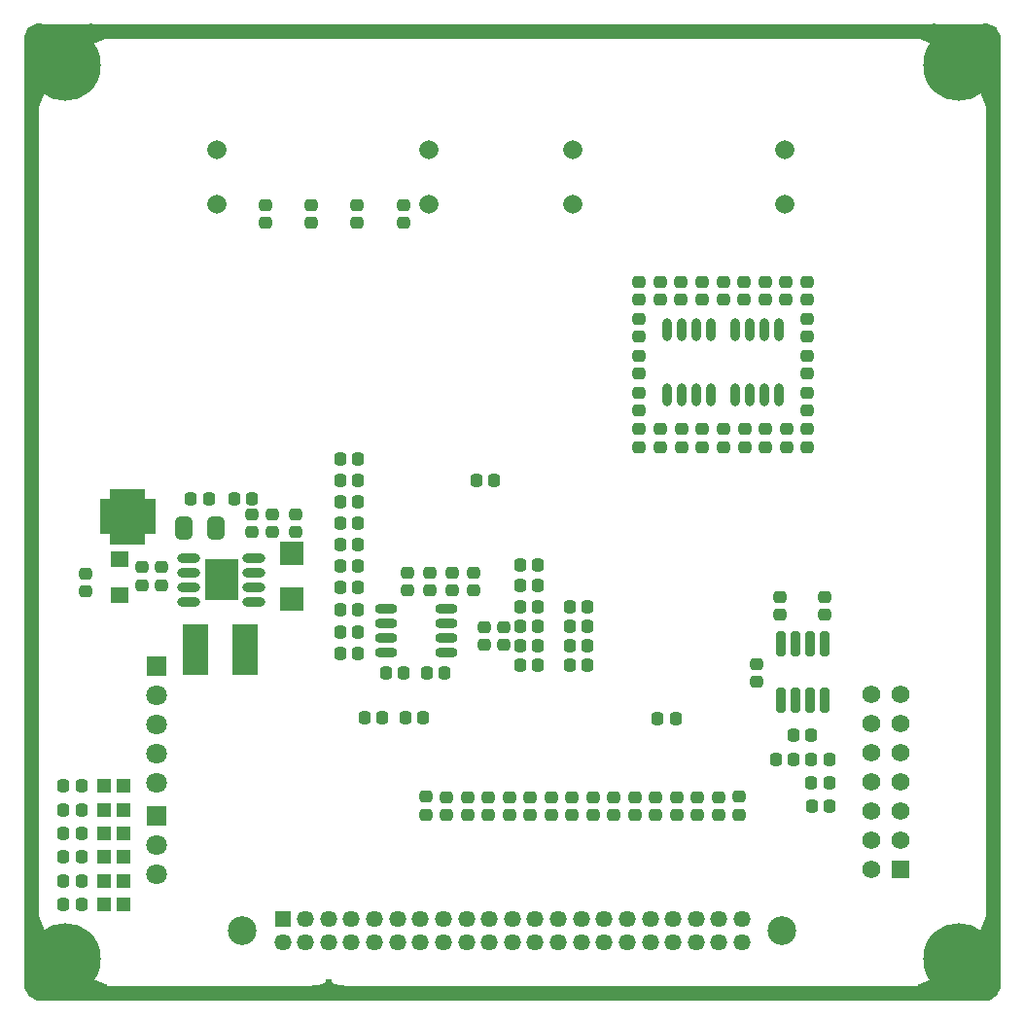
<source format=gbs>
G04*
G04 #@! TF.GenerationSoftware,Altium Limited,Altium Designer,24.1.2 (44)*
G04*
G04 Layer_Color=16711935*
%FSLAX44Y44*%
%MOMM*%
G71*
G04*
G04 #@! TF.SameCoordinates,F5A7FB45-97E4-4F66-AAAA-C6A281D515E4*
G04*
G04*
G04 #@! TF.FilePolarity,Negative*
G04*
G01*
G75*
%ADD23C,1.2300*%
G04:AMPARAMS|DCode=80|XSize=1.1532mm|YSize=1.0532mm|CornerRadius=0.3141mm|HoleSize=0mm|Usage=FLASHONLY|Rotation=180.000|XOffset=0mm|YOffset=0mm|HoleType=Round|Shape=RoundedRectangle|*
%AMROUNDEDRECTD80*
21,1,1.1532,0.4250,0,0,180.0*
21,1,0.5250,1.0532,0,0,180.0*
1,1,0.6282,-0.2625,0.2125*
1,1,0.6282,0.2625,0.2125*
1,1,0.6282,0.2625,-0.2125*
1,1,0.6282,-0.2625,-0.2125*
%
%ADD80ROUNDEDRECTD80*%
G04:AMPARAMS|DCode=81|XSize=1.1532mm|YSize=1.0532mm|CornerRadius=0.3141mm|HoleSize=0mm|Usage=FLASHONLY|Rotation=90.000|XOffset=0mm|YOffset=0mm|HoleType=Round|Shape=RoundedRectangle|*
%AMROUNDEDRECTD81*
21,1,1.1532,0.4250,0,0,90.0*
21,1,0.5250,1.0532,0,0,90.0*
1,1,0.6282,0.2125,0.2625*
1,1,0.6282,0.2125,-0.2625*
1,1,0.6282,-0.2125,-0.2625*
1,1,0.6282,-0.2125,0.2625*
%
%ADD81ROUNDEDRECTD81*%
%ADD86R,2.0032X2.0032*%
%ADD114O,0.8032X2.0032*%
%ADD118R,1.5732X1.5732*%
%ADD119C,1.5732*%
%ADD120C,1.6612*%
%ADD121C,1.4612*%
%ADD122R,1.4612X1.4612*%
%ADD123C,2.5032*%
%ADD124C,1.2032*%
%ADD125C,6.2032*%
%ADD126C,1.8032*%
%ADD127R,1.8032X1.8032*%
%ADD162R,0.3769X0.4877*%
%ADD163R,0.8704X0.4005*%
%ADD164R,0.7127X0.4784*%
%ADD165R,0.5175X0.4406*%
G04:AMPARAMS|DCode=166|XSize=2.1732mm|YSize=0.7932mm|CornerRadius=0.1754mm|HoleSize=0mm|Usage=FLASHONLY|Rotation=270.000|XOffset=0mm|YOffset=0mm|HoleType=Round|Shape=RoundedRectangle|*
%AMROUNDEDRECTD166*
21,1,2.1732,0.4425,0,0,270.0*
21,1,1.8225,0.7932,0,0,270.0*
1,1,0.3507,-0.2213,-0.9113*
1,1,0.3507,-0.2213,0.9113*
1,1,0.3507,0.2213,0.9113*
1,1,0.3507,0.2213,-0.9113*
%
%ADD166ROUNDEDRECTD166*%
%ADD167R,2.9210X3.6068*%
%ADD168O,2.0032X0.8032*%
%ADD169R,2.8532X2.8532*%
%ADD170R,1.0588X0.5286*%
%ADD171R,0.5286X1.0588*%
G04:AMPARAMS|DCode=172|XSize=1.8432mm|YSize=0.7932mm|CornerRadius=0.2491mm|HoleSize=0mm|Usage=FLASHONLY|Rotation=0.000|XOffset=0mm|YOffset=0mm|HoleType=Round|Shape=RoundedRectangle|*
%AMROUNDEDRECTD172*
21,1,1.8432,0.2950,0,0,0.0*
21,1,1.3450,0.7932,0,0,0.0*
1,1,0.4982,0.6725,-0.1475*
1,1,0.4982,-0.6725,-0.1475*
1,1,0.4982,-0.6725,0.1475*
1,1,0.4982,0.6725,0.1475*
%
%ADD172ROUNDEDRECTD172*%
%ADD173R,2.2032X4.4032*%
G04:AMPARAMS|DCode=174|XSize=1.9532mm|YSize=1.4532mm|CornerRadius=0.3454mm|HoleSize=0mm|Usage=FLASHONLY|Rotation=270.000|XOffset=0mm|YOffset=0mm|HoleType=Round|Shape=RoundedRectangle|*
%AMROUNDEDRECTD174*
21,1,1.9532,0.7625,0,0,270.0*
21,1,1.2625,1.4532,0,0,270.0*
1,1,0.6907,-0.3813,-0.6313*
1,1,0.6907,-0.3813,0.6313*
1,1,0.6907,0.3813,0.6313*
1,1,0.6907,0.3813,-0.6313*
%
%ADD174ROUNDEDRECTD174*%
%ADD175R,1.3000X1.2000*%
%ADD176R,1.5032X1.3532*%
G36*
X72648Y837500D02*
X60019Y831975D01*
X36000Y840536D01*
X16458Y833570D01*
X9459Y814000D01*
X18057Y789957D01*
X12506Y777344D01*
X206Y791390D01*
X5266Y814000D01*
X206Y836610D01*
X11965Y837939D01*
Y837959D01*
X12003Y837997D01*
X12081Y837997D01*
X13429Y849800D01*
X36000Y844737D01*
X58571Y849800D01*
X72648Y837500D01*
D02*
G37*
G36*
X837944Y838035D02*
X837959D01*
X837997Y837997D01*
X837997Y837917D01*
X849806Y836531D01*
X849739Y835705D01*
X849538Y834400D01*
X847395Y824398D01*
X844871Y814000D01*
X847395Y803602D01*
X849538Y793599D01*
X849739Y792295D01*
X849806Y791469D01*
X837506Y777359D01*
X832007Y790005D01*
X840530Y814000D01*
X833584Y833555D01*
X814000Y840536D01*
X789981Y831974D01*
X777352Y837500D01*
X791429Y849800D01*
X814000Y844737D01*
X836571Y849800D01*
X837944Y838035D01*
D02*
G37*
G36*
X849806Y58532D02*
X849739Y57706D01*
X849538Y56401D01*
X847395Y46399D01*
X844871Y36000D01*
X847395Y25601D01*
X849538Y15599D01*
X849739Y14294D01*
X849806Y13468D01*
X838035Y12063D01*
Y12041D01*
X837997Y12003D01*
X837924Y12003D01*
X836571Y200D01*
X835750Y267D01*
X834449Y468D01*
X824447Y2607D01*
X814000Y5135D01*
X803553Y2607D01*
X793551Y468D01*
X792250Y267D01*
X791430Y200D01*
X777352Y12500D01*
X789981Y18025D01*
X814000Y9464D01*
X833583Y16444D01*
X840530Y36000D01*
X832006Y59995D01*
X837506Y72641D01*
X849806Y58532D01*
D02*
G37*
G36*
X18057Y60043D02*
X9459Y36000D01*
X16457Y16430D01*
X36000Y9464D01*
X60019Y18026D01*
X72648Y12500D01*
X58571Y200D01*
X57750Y267D01*
X56450Y468D01*
X46447Y2607D01*
X36000Y5135D01*
X25553Y2607D01*
X15550Y468D01*
X14250Y267D01*
X13429Y200D01*
X12068Y11965D01*
X12041D01*
X12003Y12003D01*
X12003Y12081D01*
X206Y13390D01*
X5266Y36000D01*
X206Y58610D01*
X12506Y72656D01*
X18057Y60043D01*
D02*
G37*
G36*
X267663Y16615D02*
X268032Y15752D01*
X268647Y14990D01*
X269508Y14329D01*
X270615Y13770D01*
X271968Y13313D01*
X273567Y12958D01*
X277503Y12551D01*
X279840Y12500D01*
X265000Y200D01*
X250160Y12500D01*
X252497Y12551D01*
X254588Y12703D01*
X256433Y12958D01*
X258032Y13313D01*
X259385Y13770D01*
X260492Y14329D01*
X261353Y14990D01*
X261968Y15752D01*
X262337Y16615D01*
X262460Y17580D01*
X267540D01*
X267663Y16615D01*
D02*
G37*
D23*
X12006Y843650D02*
G03*
X6356Y838012I0J-5650D01*
G01*
X6356Y12000D02*
G03*
X11994Y6350I5650J0D01*
G01*
X838006Y6350D02*
G03*
X843656Y11988I0J5650D01*
G01*
X843656Y838000D02*
G03*
X838024Y843650I-5650J0D01*
G01*
X6356Y155503D02*
Y415503D01*
X843656Y706779D02*
Y837975D01*
X843656Y696779D02*
X843656Y706779D01*
X843656Y426780D02*
Y696779D01*
X843656Y416780D02*
X843656Y426780D01*
X843656Y156780D02*
Y416780D01*
X843656Y146780D02*
X843656Y156780D01*
X843656Y12000D02*
Y146780D01*
X700857Y6350D02*
X837981D01*
X690857Y6350D02*
X700857Y6350D01*
X430857Y6350D02*
X690857D01*
X706321Y843650D02*
X838006D01*
X696321Y843650D02*
X706321Y843650D01*
X426322Y843650D02*
X696321D01*
X416322Y843650D02*
X426322Y843650D01*
X156323Y843650D02*
X416322D01*
X146323Y843650D02*
X156323Y843650D01*
X12024Y843650D02*
X146323D01*
X420857Y6350D02*
X430857Y6350D01*
X265000Y6350D02*
X420857D01*
X12006Y6350D02*
X140858D01*
X150858Y6350D01*
X265000D01*
X6356Y705502D02*
Y838000D01*
X6356Y695502D02*
X6356Y705502D01*
X6356Y425503D02*
Y695502D01*
X6356Y415503D02*
X6356Y425503D01*
X6356Y145503D02*
X6356Y155503D01*
X6356Y12025D02*
Y145503D01*
D80*
X696525Y335150D02*
D03*
Y350650D02*
D03*
X658181Y335150D02*
D03*
Y350650D02*
D03*
X637573Y276877D02*
D03*
Y292377D02*
D03*
X349504Y161160D02*
D03*
Y176660D02*
D03*
X367707Y161014D02*
D03*
Y176514D02*
D03*
X385911Y176514D02*
D03*
Y161014D02*
D03*
X404114Y161014D02*
D03*
Y176514D02*
D03*
X422317Y161014D02*
D03*
Y176514D02*
D03*
X440521Y176514D02*
D03*
Y161014D02*
D03*
X458724Y176514D02*
D03*
Y161014D02*
D03*
X476927Y161014D02*
D03*
Y176514D02*
D03*
X495131Y161014D02*
D03*
Y176514D02*
D03*
X513334Y161014D02*
D03*
Y176514D02*
D03*
X531537Y176514D02*
D03*
Y161014D02*
D03*
X549740Y161014D02*
D03*
Y176514D02*
D03*
X567944Y161014D02*
D03*
Y176514D02*
D03*
X586147Y176514D02*
D03*
Y161014D02*
D03*
X604350Y161014D02*
D03*
Y176514D02*
D03*
X622554Y161160D02*
D03*
Y176660D02*
D03*
X53866Y355470D02*
D03*
Y370970D02*
D03*
X663445Y625166D02*
D03*
Y609666D02*
D03*
X608577Y609666D02*
D03*
Y625166D02*
D03*
X681984Y481200D02*
D03*
Y496700D02*
D03*
X645343Y496700D02*
D03*
Y481200D02*
D03*
X626866Y609666D02*
D03*
Y625166D02*
D03*
X663664Y496700D02*
D03*
Y481200D02*
D03*
X535419Y625166D02*
D03*
Y609666D02*
D03*
X553740Y481200D02*
D03*
Y496700D02*
D03*
X571998Y609666D02*
D03*
Y625166D02*
D03*
X590381Y496700D02*
D03*
Y481200D02*
D03*
X590287Y609666D02*
D03*
Y625166D02*
D03*
X572060Y496700D02*
D03*
Y481200D02*
D03*
X198611Y422861D02*
D03*
Y407361D02*
D03*
X391393Y356550D02*
D03*
Y372050D02*
D03*
X372266Y356550D02*
D03*
Y372050D02*
D03*
X353138Y356550D02*
D03*
Y372050D02*
D03*
X334010Y356550D02*
D03*
Y372050D02*
D03*
X210000Y676410D02*
D03*
Y691910D02*
D03*
X250000Y676410D02*
D03*
Y691910D02*
D03*
X681860Y577550D02*
D03*
Y593050D02*
D03*
X681860Y560933D02*
D03*
Y545433D02*
D03*
X681859Y609666D02*
D03*
Y625166D02*
D03*
X681860Y528816D02*
D03*
Y513316D02*
D03*
X645281Y609666D02*
D03*
Y625166D02*
D03*
X627147Y496700D02*
D03*
Y481200D02*
D03*
X535544Y545433D02*
D03*
Y560933D02*
D03*
X535544Y528816D02*
D03*
Y513316D02*
D03*
X535544Y577550D02*
D03*
Y593050D02*
D03*
X535544Y496700D02*
D03*
Y481200D02*
D03*
X553833Y609666D02*
D03*
Y625166D02*
D03*
X608827Y496700D02*
D03*
Y481200D02*
D03*
X236504Y407250D02*
D03*
Y422750D02*
D03*
X102966Y376507D02*
D03*
Y361007D02*
D03*
X119444Y376606D02*
D03*
Y361106D02*
D03*
X417190Y309101D02*
D03*
Y324601D02*
D03*
X400549Y309101D02*
D03*
Y324601D02*
D03*
X216370Y407361D02*
D03*
Y422861D02*
D03*
X330454Y676410D02*
D03*
Y691910D02*
D03*
X290000Y676410D02*
D03*
Y691910D02*
D03*
D81*
X685670Y168410D02*
D03*
X701170D02*
D03*
X685403Y189004D02*
D03*
X700902D02*
D03*
X669902Y230193D02*
D03*
X685403D02*
D03*
X700902Y209599D02*
D03*
X685403D02*
D03*
X669902D02*
D03*
X654402D02*
D03*
X34160Y82804D02*
D03*
X49660D02*
D03*
X34160Y103497D02*
D03*
X49660D02*
D03*
X34160Y124189D02*
D03*
X49660D02*
D03*
X34160Y144881D02*
D03*
X49660D02*
D03*
X290780Y433682D02*
D03*
X275280D02*
D03*
X290780Y377447D02*
D03*
X275280D02*
D03*
X290780Y414937D02*
D03*
X275280D02*
D03*
X290780Y396059D02*
D03*
X275280D02*
D03*
X275280Y452427D02*
D03*
X290780D02*
D03*
X275280Y358702D02*
D03*
X290780D02*
D03*
X275280Y471172D02*
D03*
X290780D02*
D03*
X275280Y339957D02*
D03*
X290780D02*
D03*
X296556Y245638D02*
D03*
X312056D02*
D03*
X198484Y436212D02*
D03*
X182984D02*
D03*
X34160Y186265D02*
D03*
X49660D02*
D03*
X34160Y165573D02*
D03*
X49660D02*
D03*
X290604Y301248D02*
D03*
X275104D02*
D03*
X290780Y320040D02*
D03*
X275280D02*
D03*
X409250Y452500D02*
D03*
X393750D02*
D03*
X332116Y245638D02*
D03*
X347616D02*
D03*
X431956Y308177D02*
D03*
X447456D02*
D03*
X431956Y342366D02*
D03*
X447456D02*
D03*
X431956Y325271D02*
D03*
X447456D02*
D03*
X431956Y291083D02*
D03*
X447456D02*
D03*
X475219Y342366D02*
D03*
X490719D02*
D03*
X475219Y308177D02*
D03*
X490719D02*
D03*
X475219Y325271D02*
D03*
X490719D02*
D03*
X475219Y291083D02*
D03*
X490719D02*
D03*
X160755Y436071D02*
D03*
X145255D02*
D03*
X431958Y378231D02*
D03*
X447458D02*
D03*
Y360781D02*
D03*
X431958D02*
D03*
X366204Y284416D02*
D03*
X350704D02*
D03*
X330644D02*
D03*
X315144D02*
D03*
X551517Y245146D02*
D03*
X567017D02*
D03*
D86*
X232733Y388601D02*
D03*
Y348601D02*
D03*
D114*
X619234Y583531D02*
D03*
X631934D02*
D03*
X644633D02*
D03*
X657334D02*
D03*
X619234Y527031D02*
D03*
X631934D02*
D03*
X644633D02*
D03*
X657334D02*
D03*
X597644Y527031D02*
D03*
X584944D02*
D03*
X572243D02*
D03*
X559543D02*
D03*
X597644Y583531D02*
D03*
X584944D02*
D03*
X572243D02*
D03*
X559543D02*
D03*
D118*
X762700Y113800D02*
D03*
D119*
X737300D02*
D03*
X762700Y139200D02*
D03*
X737300D02*
D03*
X762700Y164600D02*
D03*
X737300D02*
D03*
Y190000D02*
D03*
Y215400D02*
D03*
X762700Y240800D02*
D03*
X737300D02*
D03*
X762700Y266200D02*
D03*
X737300D02*
D03*
X762700Y190000D02*
D03*
Y215400D02*
D03*
D120*
X352500Y692500D02*
D03*
X167500D02*
D03*
X352500Y740000D02*
D03*
X167500D02*
D03*
X662500Y692500D02*
D03*
X477500D02*
D03*
X662500Y740000D02*
D03*
X477500D02*
D03*
D121*
X625000Y50000D02*
D03*
Y70000D02*
D03*
X605000Y50000D02*
D03*
Y70000D02*
D03*
X585000Y50000D02*
D03*
Y70000D02*
D03*
X565000Y50000D02*
D03*
Y70000D02*
D03*
X545000Y50000D02*
D03*
Y70000D02*
D03*
X525000Y50000D02*
D03*
Y70000D02*
D03*
X505000Y50000D02*
D03*
Y70000D02*
D03*
X485000Y50000D02*
D03*
Y70000D02*
D03*
X465000Y50000D02*
D03*
Y70000D02*
D03*
X445000Y50000D02*
D03*
Y70000D02*
D03*
X425000Y50000D02*
D03*
Y70000D02*
D03*
X405000Y50000D02*
D03*
Y70000D02*
D03*
X385000Y50000D02*
D03*
Y70000D02*
D03*
X365000Y50000D02*
D03*
Y70000D02*
D03*
X345000Y50000D02*
D03*
Y70000D02*
D03*
X325000Y50000D02*
D03*
Y70000D02*
D03*
X305000Y50000D02*
D03*
Y70000D02*
D03*
X285000Y50000D02*
D03*
Y70000D02*
D03*
X265000Y50000D02*
D03*
Y70000D02*
D03*
X245000Y50000D02*
D03*
Y70000D02*
D03*
X225000Y50000D02*
D03*
D122*
Y70000D02*
D03*
D123*
X190000Y60000D02*
D03*
X660000D02*
D03*
D124*
X19560Y52440D02*
D03*
X52440Y19560D02*
D03*
X19560D02*
D03*
X52440Y52440D02*
D03*
X59250Y36000D02*
D03*
X36000Y13140D02*
D03*
X12750Y36000D02*
D03*
X36000Y59250D02*
D03*
X19560Y830440D02*
D03*
X52440Y797560D02*
D03*
X19560D02*
D03*
X52440Y830440D02*
D03*
X59250Y814000D02*
D03*
X36000Y791140D02*
D03*
X12750Y814000D02*
D03*
X36000Y837250D02*
D03*
X797560Y830440D02*
D03*
X830440Y797560D02*
D03*
X797560D02*
D03*
X830440Y830440D02*
D03*
X837250Y814000D02*
D03*
X814000Y791140D02*
D03*
X790750Y814000D02*
D03*
X814000Y837250D02*
D03*
X797560Y52440D02*
D03*
X830440Y19560D02*
D03*
X797560D02*
D03*
X830440Y52440D02*
D03*
X837250Y36000D02*
D03*
X814000Y13140D02*
D03*
X790750Y36000D02*
D03*
X814000Y59250D02*
D03*
D125*
X36000Y36000D02*
D03*
Y814000D02*
D03*
X814000D02*
D03*
Y36000D02*
D03*
D126*
X115316Y109728D02*
D03*
Y135128D02*
D03*
Y188516D02*
D03*
Y213916D02*
D03*
Y239316D02*
D03*
Y264716D02*
D03*
D127*
Y160528D02*
D03*
Y290116D02*
D03*
D162*
X14117Y835558D02*
D03*
D163*
X15211Y13999D02*
D03*
D164*
X834439Y14389D02*
D03*
D165*
X835453Y835831D02*
D03*
D166*
X658425Y310198D02*
D03*
X671125D02*
D03*
X683825D02*
D03*
X696525D02*
D03*
Y260698D02*
D03*
X683825D02*
D03*
X671125D02*
D03*
X658425D02*
D03*
D167*
X171657Y365732D02*
D03*
D168*
X199910Y384476D02*
D03*
Y371776D02*
D03*
Y359076D02*
D03*
Y346376D02*
D03*
X143410Y384476D02*
D03*
Y371776D02*
D03*
Y359076D02*
D03*
Y346376D02*
D03*
D169*
X89930Y420702D02*
D03*
D170*
X70906Y433202D02*
D03*
Y428202D02*
D03*
Y423202D02*
D03*
Y418202D02*
D03*
Y413202D02*
D03*
Y408202D02*
D03*
X108954D02*
D03*
Y413202D02*
D03*
Y418202D02*
D03*
Y423202D02*
D03*
Y428202D02*
D03*
Y433202D02*
D03*
D171*
X77430Y401678D02*
D03*
X82430D02*
D03*
X87430D02*
D03*
X92430D02*
D03*
X97430D02*
D03*
X102430D02*
D03*
Y439726D02*
D03*
X97430D02*
D03*
X92430D02*
D03*
X87430D02*
D03*
X82430D02*
D03*
X77430D02*
D03*
D172*
X315280Y302260D02*
D03*
Y314960D02*
D03*
Y327660D02*
D03*
Y340360D02*
D03*
X367980D02*
D03*
Y327660D02*
D03*
Y314960D02*
D03*
Y302260D02*
D03*
D173*
X192400Y304720D02*
D03*
X149000D02*
D03*
D174*
X166905Y410746D02*
D03*
X138905D02*
D03*
D175*
X69232Y82804D02*
D03*
X86232D02*
D03*
X69232Y103497D02*
D03*
X86232D02*
D03*
X69232Y124189D02*
D03*
X86232D02*
D03*
X69232Y144881D02*
D03*
X86232D02*
D03*
X69232Y186265D02*
D03*
X86232D02*
D03*
X69232Y165573D02*
D03*
X86232D02*
D03*
D176*
X82816Y383720D02*
D03*
Y352720D02*
D03*
M02*

</source>
